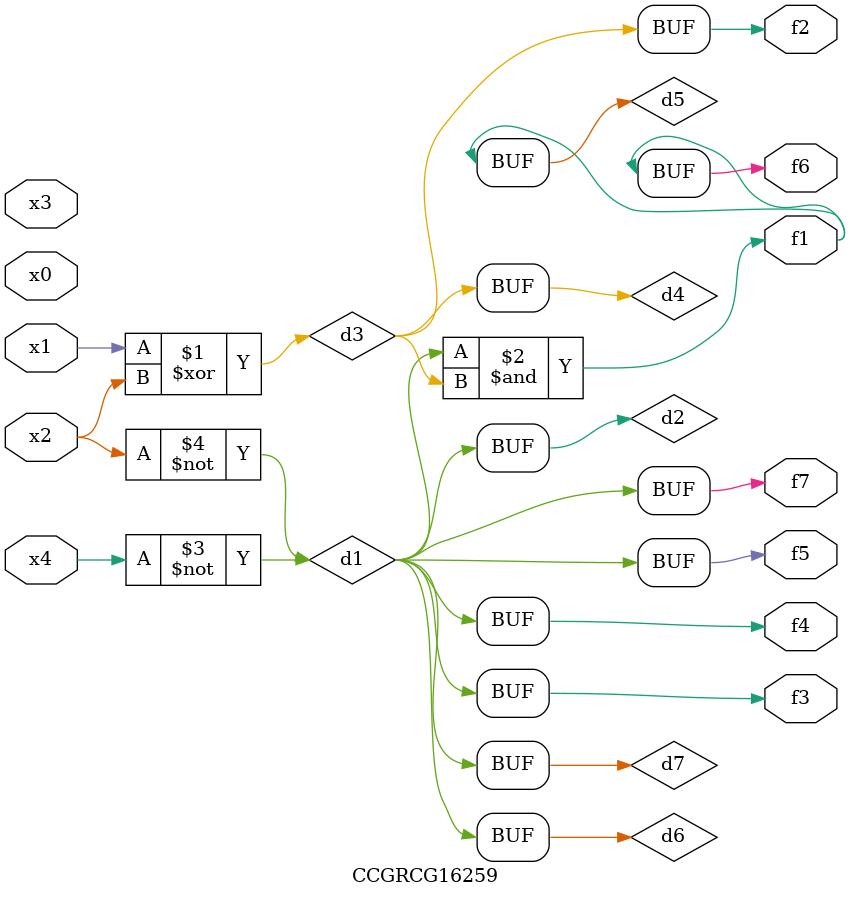
<source format=v>
module CCGRCG16259(
	input x0, x1, x2, x3, x4,
	output f1, f2, f3, f4, f5, f6, f7
);

	wire d1, d2, d3, d4, d5, d6, d7;

	not (d1, x4);
	not (d2, x2);
	xor (d3, x1, x2);
	buf (d4, d3);
	and (d5, d1, d3);
	buf (d6, d1, d2);
	buf (d7, d2);
	assign f1 = d5;
	assign f2 = d4;
	assign f3 = d7;
	assign f4 = d7;
	assign f5 = d7;
	assign f6 = d5;
	assign f7 = d7;
endmodule

</source>
